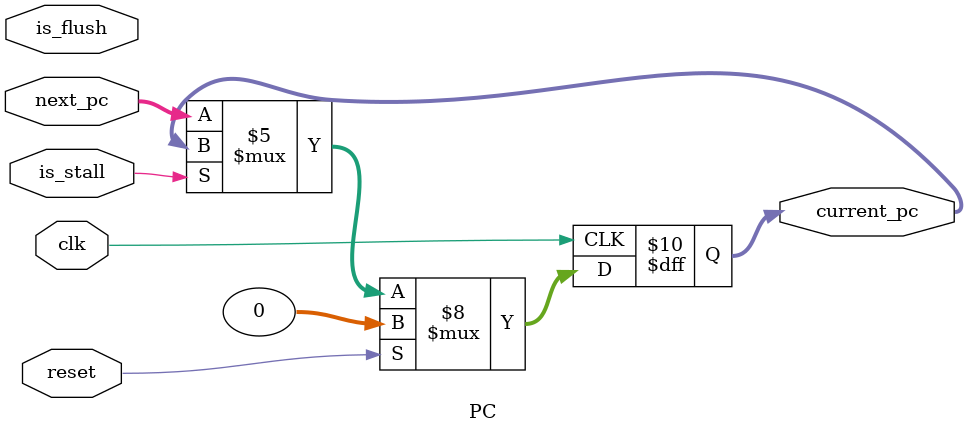
<source format=v>
module PC(
	input reset,
    input clk,
	input is_stall,
	input is_flush,
    input [31:0] next_pc,
    output reg [31:0] current_pc
	);

	always @(posedge clk) begin
		if (reset) begin
			current_pc <= 0;
		end
		else if (is_stall) begin
			current_pc <= current_pc;
		end
		else if (is_flush) begin
			current_pc <= next_pc;
		end
		else begin
			current_pc <= next_pc;
		end
	end
endmodule 

</source>
